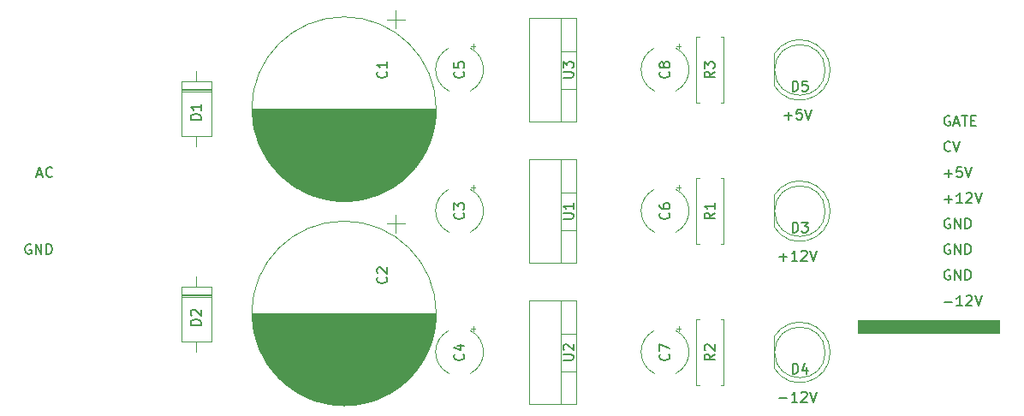
<source format=gbr>
G04 #@! TF.GenerationSoftware,KiCad,Pcbnew,5.1.7-a382d34a8~87~ubuntu16.04.1*
G04 #@! TF.CreationDate,2021-01-01T21:30:34+01:00*
G04 #@! TF.ProjectId,basic-eurorack-power-supply,62617369-632d-4657-9572-6f7261636b2d,rev?*
G04 #@! TF.SameCoordinates,Original*
G04 #@! TF.FileFunction,Legend,Top*
G04 #@! TF.FilePolarity,Positive*
%FSLAX46Y46*%
G04 Gerber Fmt 4.6, Leading zero omitted, Abs format (unit mm)*
G04 Created by KiCad (PCBNEW 5.1.7-a382d34a8~87~ubuntu16.04.1) date 2021-01-01 21:30:34*
%MOMM*%
%LPD*%
G01*
G04 APERTURE LIST*
%ADD10C,0.100000*%
%ADD11C,0.150000*%
%ADD12C,0.120000*%
G04 APERTURE END LIST*
D10*
G36*
X35730000Y-38456000D02*
G01*
X30650000Y-38456000D01*
X30650000Y-33376000D01*
X35730000Y-33376000D01*
X35730000Y-38456000D01*
G37*
X35730000Y-38456000D02*
X30650000Y-38456000D01*
X30650000Y-33376000D01*
X35730000Y-33376000D01*
X35730000Y-38456000D01*
G36*
X35730000Y-18256000D02*
G01*
X30650000Y-18256000D01*
X30650000Y-13176000D01*
X35730000Y-13176000D01*
X35730000Y-18256000D01*
G37*
X35730000Y-18256000D02*
X30650000Y-18256000D01*
X30650000Y-13176000D01*
X35730000Y-13176000D01*
X35730000Y-18256000D01*
G36*
X99060000Y-33020000D02*
G01*
X85090000Y-33020000D01*
X85090000Y-31750000D01*
X99060000Y-31750000D01*
X99060000Y-33020000D01*
G37*
X99060000Y-33020000D02*
X85090000Y-33020000D01*
X85090000Y-31750000D01*
X99060000Y-31750000D01*
X99060000Y-33020000D01*
D11*
X77359095Y-39441428D02*
X78121000Y-39441428D01*
X79121000Y-39822380D02*
X78549571Y-39822380D01*
X78835285Y-39822380D02*
X78835285Y-38822380D01*
X78740047Y-38965238D01*
X78644809Y-39060476D01*
X78549571Y-39108095D01*
X79501952Y-38917619D02*
X79549571Y-38870000D01*
X79644809Y-38822380D01*
X79882904Y-38822380D01*
X79978142Y-38870000D01*
X80025761Y-38917619D01*
X80073380Y-39012857D01*
X80073380Y-39108095D01*
X80025761Y-39250952D01*
X79454333Y-39822380D01*
X80073380Y-39822380D01*
X80359095Y-38822380D02*
X80692428Y-39822380D01*
X81025761Y-38822380D01*
X77359095Y-25471428D02*
X78121000Y-25471428D01*
X77740047Y-25852380D02*
X77740047Y-25090476D01*
X79121000Y-25852380D02*
X78549571Y-25852380D01*
X78835285Y-25852380D02*
X78835285Y-24852380D01*
X78740047Y-24995238D01*
X78644809Y-25090476D01*
X78549571Y-25138095D01*
X79501952Y-24947619D02*
X79549571Y-24900000D01*
X79644809Y-24852380D01*
X79882904Y-24852380D01*
X79978142Y-24900000D01*
X80025761Y-24947619D01*
X80073380Y-25042857D01*
X80073380Y-25138095D01*
X80025761Y-25280952D01*
X79454333Y-25852380D01*
X80073380Y-25852380D01*
X80359095Y-24852380D02*
X80692428Y-25852380D01*
X81025761Y-24852380D01*
X77835285Y-11501428D02*
X78597190Y-11501428D01*
X78216238Y-11882380D02*
X78216238Y-11120476D01*
X79549571Y-10882380D02*
X79073380Y-10882380D01*
X79025761Y-11358571D01*
X79073380Y-11310952D01*
X79168619Y-11263333D01*
X79406714Y-11263333D01*
X79501952Y-11310952D01*
X79549571Y-11358571D01*
X79597190Y-11453809D01*
X79597190Y-11691904D01*
X79549571Y-11787142D01*
X79501952Y-11834761D01*
X79406714Y-11882380D01*
X79168619Y-11882380D01*
X79073380Y-11834761D01*
X79025761Y-11787142D01*
X79882904Y-10882380D02*
X80216238Y-11882380D01*
X80549571Y-10882380D01*
X3950833Y-17311666D02*
X4427023Y-17311666D01*
X3855595Y-17597380D02*
X4188928Y-16597380D01*
X4522261Y-17597380D01*
X5427023Y-17502142D02*
X5379404Y-17549761D01*
X5236547Y-17597380D01*
X5141309Y-17597380D01*
X4998452Y-17549761D01*
X4903214Y-17454523D01*
X4855595Y-17359285D01*
X4807976Y-17168809D01*
X4807976Y-17025952D01*
X4855595Y-16835476D01*
X4903214Y-16740238D01*
X4998452Y-16645000D01*
X5141309Y-16597380D01*
X5236547Y-16597380D01*
X5379404Y-16645000D01*
X5427023Y-16692619D01*
X3331785Y-24265000D02*
X3236547Y-24217380D01*
X3093690Y-24217380D01*
X2950833Y-24265000D01*
X2855595Y-24360238D01*
X2807976Y-24455476D01*
X2760357Y-24645952D01*
X2760357Y-24788809D01*
X2807976Y-24979285D01*
X2855595Y-25074523D01*
X2950833Y-25169761D01*
X3093690Y-25217380D01*
X3188928Y-25217380D01*
X3331785Y-25169761D01*
X3379404Y-25122142D01*
X3379404Y-24788809D01*
X3188928Y-24788809D01*
X3807976Y-25217380D02*
X3807976Y-24217380D01*
X4379404Y-25217380D01*
X4379404Y-24217380D01*
X4855595Y-25217380D02*
X4855595Y-24217380D01*
X5093690Y-24217380D01*
X5236547Y-24265000D01*
X5331785Y-24360238D01*
X5379404Y-24455476D01*
X5427023Y-24645952D01*
X5427023Y-24788809D01*
X5379404Y-24979285D01*
X5331785Y-25074523D01*
X5236547Y-25169761D01*
X5093690Y-25217380D01*
X4855595Y-25217380D01*
X93680595Y-19756428D02*
X94442500Y-19756428D01*
X94061547Y-20137380D02*
X94061547Y-19375476D01*
X95442500Y-20137380D02*
X94871071Y-20137380D01*
X95156785Y-20137380D02*
X95156785Y-19137380D01*
X95061547Y-19280238D01*
X94966309Y-19375476D01*
X94871071Y-19423095D01*
X95823452Y-19232619D02*
X95871071Y-19185000D01*
X95966309Y-19137380D01*
X96204404Y-19137380D01*
X96299642Y-19185000D01*
X96347261Y-19232619D01*
X96394880Y-19327857D01*
X96394880Y-19423095D01*
X96347261Y-19565952D01*
X95775833Y-20137380D01*
X96394880Y-20137380D01*
X96680595Y-19137380D02*
X97013928Y-20137380D01*
X97347261Y-19137380D01*
X94204404Y-24265000D02*
X94109166Y-24217380D01*
X93966309Y-24217380D01*
X93823452Y-24265000D01*
X93728214Y-24360238D01*
X93680595Y-24455476D01*
X93632976Y-24645952D01*
X93632976Y-24788809D01*
X93680595Y-24979285D01*
X93728214Y-25074523D01*
X93823452Y-25169761D01*
X93966309Y-25217380D01*
X94061547Y-25217380D01*
X94204404Y-25169761D01*
X94252023Y-25122142D01*
X94252023Y-24788809D01*
X94061547Y-24788809D01*
X94680595Y-25217380D02*
X94680595Y-24217380D01*
X95252023Y-25217380D01*
X95252023Y-24217380D01*
X95728214Y-25217380D02*
X95728214Y-24217380D01*
X95966309Y-24217380D01*
X96109166Y-24265000D01*
X96204404Y-24360238D01*
X96252023Y-24455476D01*
X96299642Y-24645952D01*
X96299642Y-24788809D01*
X96252023Y-24979285D01*
X96204404Y-25074523D01*
X96109166Y-25169761D01*
X95966309Y-25217380D01*
X95728214Y-25217380D01*
X94252023Y-14962142D02*
X94204404Y-15009761D01*
X94061547Y-15057380D01*
X93966309Y-15057380D01*
X93823452Y-15009761D01*
X93728214Y-14914523D01*
X93680595Y-14819285D01*
X93632976Y-14628809D01*
X93632976Y-14485952D01*
X93680595Y-14295476D01*
X93728214Y-14200238D01*
X93823452Y-14105000D01*
X93966309Y-14057380D01*
X94061547Y-14057380D01*
X94204404Y-14105000D01*
X94252023Y-14152619D01*
X94537738Y-14057380D02*
X94871071Y-15057380D01*
X95204404Y-14057380D01*
X94204404Y-11565000D02*
X94109166Y-11517380D01*
X93966309Y-11517380D01*
X93823452Y-11565000D01*
X93728214Y-11660238D01*
X93680595Y-11755476D01*
X93632976Y-11945952D01*
X93632976Y-12088809D01*
X93680595Y-12279285D01*
X93728214Y-12374523D01*
X93823452Y-12469761D01*
X93966309Y-12517380D01*
X94061547Y-12517380D01*
X94204404Y-12469761D01*
X94252023Y-12422142D01*
X94252023Y-12088809D01*
X94061547Y-12088809D01*
X94632976Y-12231666D02*
X95109166Y-12231666D01*
X94537738Y-12517380D02*
X94871071Y-11517380D01*
X95204404Y-12517380D01*
X95394880Y-11517380D02*
X95966309Y-11517380D01*
X95680595Y-12517380D02*
X95680595Y-11517380D01*
X96299642Y-11993571D02*
X96632976Y-11993571D01*
X96775833Y-12517380D02*
X96299642Y-12517380D01*
X96299642Y-11517380D01*
X96775833Y-11517380D01*
X93680595Y-17216428D02*
X94442500Y-17216428D01*
X94061547Y-17597380D02*
X94061547Y-16835476D01*
X95394880Y-16597380D02*
X94918690Y-16597380D01*
X94871071Y-17073571D01*
X94918690Y-17025952D01*
X95013928Y-16978333D01*
X95252023Y-16978333D01*
X95347261Y-17025952D01*
X95394880Y-17073571D01*
X95442500Y-17168809D01*
X95442500Y-17406904D01*
X95394880Y-17502142D01*
X95347261Y-17549761D01*
X95252023Y-17597380D01*
X95013928Y-17597380D01*
X94918690Y-17549761D01*
X94871071Y-17502142D01*
X95728214Y-16597380D02*
X96061547Y-17597380D01*
X96394880Y-16597380D01*
X93680595Y-29916428D02*
X94442500Y-29916428D01*
X95442500Y-30297380D02*
X94871071Y-30297380D01*
X95156785Y-30297380D02*
X95156785Y-29297380D01*
X95061547Y-29440238D01*
X94966309Y-29535476D01*
X94871071Y-29583095D01*
X95823452Y-29392619D02*
X95871071Y-29345000D01*
X95966309Y-29297380D01*
X96204404Y-29297380D01*
X96299642Y-29345000D01*
X96347261Y-29392619D01*
X96394880Y-29487857D01*
X96394880Y-29583095D01*
X96347261Y-29725952D01*
X95775833Y-30297380D01*
X96394880Y-30297380D01*
X96680595Y-29297380D02*
X97013928Y-30297380D01*
X97347261Y-29297380D01*
X94204404Y-26805000D02*
X94109166Y-26757380D01*
X93966309Y-26757380D01*
X93823452Y-26805000D01*
X93728214Y-26900238D01*
X93680595Y-26995476D01*
X93632976Y-27185952D01*
X93632976Y-27328809D01*
X93680595Y-27519285D01*
X93728214Y-27614523D01*
X93823452Y-27709761D01*
X93966309Y-27757380D01*
X94061547Y-27757380D01*
X94204404Y-27709761D01*
X94252023Y-27662142D01*
X94252023Y-27328809D01*
X94061547Y-27328809D01*
X94680595Y-27757380D02*
X94680595Y-26757380D01*
X95252023Y-27757380D01*
X95252023Y-26757380D01*
X95728214Y-27757380D02*
X95728214Y-26757380D01*
X95966309Y-26757380D01*
X96109166Y-26805000D01*
X96204404Y-26900238D01*
X96252023Y-26995476D01*
X96299642Y-27185952D01*
X96299642Y-27328809D01*
X96252023Y-27519285D01*
X96204404Y-27614523D01*
X96109166Y-27709761D01*
X95966309Y-27757380D01*
X95728214Y-27757380D01*
X94204404Y-21725000D02*
X94109166Y-21677380D01*
X93966309Y-21677380D01*
X93823452Y-21725000D01*
X93728214Y-21820238D01*
X93680595Y-21915476D01*
X93632976Y-22105952D01*
X93632976Y-22248809D01*
X93680595Y-22439285D01*
X93728214Y-22534523D01*
X93823452Y-22629761D01*
X93966309Y-22677380D01*
X94061547Y-22677380D01*
X94204404Y-22629761D01*
X94252023Y-22582142D01*
X94252023Y-22248809D01*
X94061547Y-22248809D01*
X94680595Y-22677380D02*
X94680595Y-21677380D01*
X95252023Y-22677380D01*
X95252023Y-21677380D01*
X95728214Y-22677380D02*
X95728214Y-21677380D01*
X95966309Y-21677380D01*
X96109166Y-21725000D01*
X96204404Y-21820238D01*
X96252023Y-21915476D01*
X96299642Y-22105952D01*
X96299642Y-22248809D01*
X96252023Y-22439285D01*
X96204404Y-22534523D01*
X96109166Y-22629761D01*
X95966309Y-22677380D01*
X95728214Y-22677380D01*
D12*
X40305000Y-1995560D02*
X38505000Y-1995560D01*
X39405000Y-1095560D02*
X39405000Y-2895560D01*
X34330000Y-19975000D02*
X34250000Y-19975000D01*
X35104000Y-19935000D02*
X33476000Y-19935000D01*
X35456000Y-19895000D02*
X33124000Y-19895000D01*
X35725000Y-19855000D02*
X32855000Y-19855000D01*
X35951000Y-19815000D02*
X32629000Y-19815000D01*
X36150000Y-19775000D02*
X32430000Y-19775000D01*
X36329000Y-19735000D02*
X32251000Y-19735000D01*
X36493000Y-19695000D02*
X32087000Y-19695000D01*
X36645000Y-19655000D02*
X31935000Y-19655000D01*
X36788000Y-19615000D02*
X31792000Y-19615000D01*
X36922000Y-19575000D02*
X31658000Y-19575000D01*
X37049000Y-19535000D02*
X31531000Y-19535000D01*
X37170000Y-19495000D02*
X31410000Y-19495000D01*
X37286000Y-19455000D02*
X31294000Y-19455000D01*
X37397000Y-19415000D02*
X31183000Y-19415000D01*
X37504000Y-19375000D02*
X31076000Y-19375000D01*
X37607000Y-19335000D02*
X30973000Y-19335000D01*
X37706000Y-19295000D02*
X30874000Y-19295000D01*
X37802000Y-19255000D02*
X30778000Y-19255000D01*
X37895000Y-19215000D02*
X30685000Y-19215000D01*
X37986000Y-19175000D02*
X30594000Y-19175000D01*
X38074000Y-19135000D02*
X30506000Y-19135000D01*
X38159000Y-19095000D02*
X30421000Y-19095000D01*
X38242000Y-19055000D02*
X30338000Y-19055000D01*
X38323000Y-19016000D02*
X30257000Y-19016000D01*
X38403000Y-18976000D02*
X30177000Y-18976000D01*
X38480000Y-18936000D02*
X30100000Y-18936000D01*
X38555000Y-18896000D02*
X30025000Y-18896000D01*
X38629000Y-18856000D02*
X29951000Y-18856000D01*
X38702000Y-18816000D02*
X29878000Y-18816000D01*
X38772000Y-18776000D02*
X29808000Y-18776000D01*
X38842000Y-18736000D02*
X29738000Y-18736000D01*
X38910000Y-18696000D02*
X29670000Y-18696000D01*
X38976000Y-18656000D02*
X29604000Y-18656000D01*
X39042000Y-18616000D02*
X29538000Y-18616000D01*
X39106000Y-18576000D02*
X29474000Y-18576000D01*
X39169000Y-18536000D02*
X29411000Y-18536000D01*
X39231000Y-18496000D02*
X29349000Y-18496000D01*
X39292000Y-18456000D02*
X29288000Y-18456000D01*
X39352000Y-18416000D02*
X29228000Y-18416000D01*
X39410000Y-18376000D02*
X29170000Y-18376000D01*
X39468000Y-18336000D02*
X29112000Y-18336000D01*
X39525000Y-18296000D02*
X29055000Y-18296000D01*
X39581000Y-18256000D02*
X28999000Y-18256000D01*
X39636000Y-18216000D02*
X28944000Y-18216000D01*
X39690000Y-18176000D02*
X28890000Y-18176000D01*
X39744000Y-18136000D02*
X28836000Y-18136000D01*
X39796000Y-18096000D02*
X28784000Y-18096000D01*
X39848000Y-18056000D02*
X28732000Y-18056000D01*
X39899000Y-18016000D02*
X28681000Y-18016000D01*
X39950000Y-17976000D02*
X28630000Y-17976000D01*
X39999000Y-17936000D02*
X28581000Y-17936000D01*
X40048000Y-17896000D02*
X28532000Y-17896000D01*
X40096000Y-17856000D02*
X28484000Y-17856000D01*
X40144000Y-17816000D02*
X28436000Y-17816000D01*
X40191000Y-17776000D02*
X28389000Y-17776000D01*
X40237000Y-17736000D02*
X28343000Y-17736000D01*
X40283000Y-17696000D02*
X28297000Y-17696000D01*
X40328000Y-17656000D02*
X28252000Y-17656000D01*
X40372000Y-17616000D02*
X28208000Y-17616000D01*
X40416000Y-17576000D02*
X28164000Y-17576000D01*
X40460000Y-17536000D02*
X28120000Y-17536000D01*
X40502000Y-17496000D02*
X28078000Y-17496000D01*
X40544000Y-17456000D02*
X28036000Y-17456000D01*
X40586000Y-17416000D02*
X27994000Y-17416000D01*
X40627000Y-17376000D02*
X27953000Y-17376000D01*
X40668000Y-17336000D02*
X27912000Y-17336000D01*
X40708000Y-17296000D02*
X27872000Y-17296000D01*
X40748000Y-17256000D02*
X27832000Y-17256000D01*
X40787000Y-17216000D02*
X27793000Y-17216000D01*
X40826000Y-17176000D02*
X27754000Y-17176000D01*
X40864000Y-17136000D02*
X27716000Y-17136000D01*
X40902000Y-17096000D02*
X27678000Y-17096000D01*
X40939000Y-17056000D02*
X27641000Y-17056000D01*
X40976000Y-17016000D02*
X27604000Y-17016000D01*
X41012000Y-16976000D02*
X27568000Y-16976000D01*
X41048000Y-16936000D02*
X27532000Y-16936000D01*
X41084000Y-16896000D02*
X27496000Y-16896000D01*
X41119000Y-16856000D02*
X27461000Y-16856000D01*
X41154000Y-16816000D02*
X27426000Y-16816000D01*
X41188000Y-16776000D02*
X27392000Y-16776000D01*
X41222000Y-16736000D02*
X27358000Y-16736000D01*
X41255000Y-16696000D02*
X27325000Y-16696000D01*
X41289000Y-16656000D02*
X27291000Y-16656000D01*
X41321000Y-16616000D02*
X27259000Y-16616000D01*
X41354000Y-16576000D02*
X27226000Y-16576000D01*
X41386000Y-16536000D02*
X27194000Y-16536000D01*
X41417000Y-16496000D02*
X27163000Y-16496000D01*
X41449000Y-16456000D02*
X27131000Y-16456000D01*
X41480000Y-16416000D02*
X27100000Y-16416000D01*
X41510000Y-16376000D02*
X27070000Y-16376000D01*
X41540000Y-16336000D02*
X27040000Y-16336000D01*
X41570000Y-16296000D02*
X27010000Y-16296000D01*
X41600000Y-16256000D02*
X26980000Y-16256000D01*
X41629000Y-16216000D02*
X26951000Y-16216000D01*
X41658000Y-16176000D02*
X26922000Y-16176000D01*
X41687000Y-16136000D02*
X26893000Y-16136000D01*
X41715000Y-16096000D02*
X26865000Y-16096000D01*
X41743000Y-16056000D02*
X26837000Y-16056000D01*
X32850000Y-16016000D02*
X26810000Y-16016000D01*
X41770000Y-16016000D02*
X35730000Y-16016000D01*
X32850000Y-15976000D02*
X26782000Y-15976000D01*
X41798000Y-15976000D02*
X35730000Y-15976000D01*
X32850000Y-15936000D02*
X26755000Y-15936000D01*
X41825000Y-15936000D02*
X35730000Y-15936000D01*
X32850000Y-15896000D02*
X26729000Y-15896000D01*
X41851000Y-15896000D02*
X35730000Y-15896000D01*
X32850000Y-15856000D02*
X26702000Y-15856000D01*
X41878000Y-15856000D02*
X35730000Y-15856000D01*
X32850000Y-15816000D02*
X26676000Y-15816000D01*
X41904000Y-15816000D02*
X35730000Y-15816000D01*
X32850000Y-15776000D02*
X26650000Y-15776000D01*
X41930000Y-15776000D02*
X35730000Y-15776000D01*
X32850000Y-15736000D02*
X26625000Y-15736000D01*
X41955000Y-15736000D02*
X35730000Y-15736000D01*
X32850000Y-15696000D02*
X26600000Y-15696000D01*
X41980000Y-15696000D02*
X35730000Y-15696000D01*
X32850000Y-15656000D02*
X26575000Y-15656000D01*
X42005000Y-15656000D02*
X35730000Y-15656000D01*
X32850000Y-15616000D02*
X26550000Y-15616000D01*
X42030000Y-15616000D02*
X35730000Y-15616000D01*
X32850000Y-15576000D02*
X26526000Y-15576000D01*
X42054000Y-15576000D02*
X35730000Y-15576000D01*
X32850000Y-15536000D02*
X26502000Y-15536000D01*
X42078000Y-15536000D02*
X35730000Y-15536000D01*
X32850000Y-15496000D02*
X26478000Y-15496000D01*
X42102000Y-15496000D02*
X35730000Y-15496000D01*
X32850000Y-15456000D02*
X26455000Y-15456000D01*
X42125000Y-15456000D02*
X35730000Y-15456000D01*
X32850000Y-15416000D02*
X26431000Y-15416000D01*
X42149000Y-15416000D02*
X35730000Y-15416000D01*
X32850000Y-15376000D02*
X26408000Y-15376000D01*
X42172000Y-15376000D02*
X35730000Y-15376000D01*
X32850000Y-15336000D02*
X26386000Y-15336000D01*
X42194000Y-15336000D02*
X35730000Y-15336000D01*
X32850000Y-15296000D02*
X26363000Y-15296000D01*
X42217000Y-15296000D02*
X35730000Y-15296000D01*
X32850000Y-15256000D02*
X26341000Y-15256000D01*
X42239000Y-15256000D02*
X35730000Y-15256000D01*
X32850000Y-15216000D02*
X26319000Y-15216000D01*
X42261000Y-15216000D02*
X35730000Y-15216000D01*
X32850000Y-15176000D02*
X26298000Y-15176000D01*
X42282000Y-15176000D02*
X35730000Y-15176000D01*
X32850000Y-15136000D02*
X26276000Y-15136000D01*
X42304000Y-15136000D02*
X35730000Y-15136000D01*
X32850000Y-15096000D02*
X26255000Y-15096000D01*
X42325000Y-15096000D02*
X35730000Y-15096000D01*
X32850000Y-15056000D02*
X26234000Y-15056000D01*
X42346000Y-15056000D02*
X35730000Y-15056000D01*
X32850000Y-15016000D02*
X26214000Y-15016000D01*
X42366000Y-15016000D02*
X35730000Y-15016000D01*
X32850000Y-14976000D02*
X26193000Y-14976000D01*
X42387000Y-14976000D02*
X35730000Y-14976000D01*
X32850000Y-14936000D02*
X26173000Y-14936000D01*
X42407000Y-14936000D02*
X35730000Y-14936000D01*
X32850000Y-14896000D02*
X26153000Y-14896000D01*
X42427000Y-14896000D02*
X35730000Y-14896000D01*
X32850000Y-14856000D02*
X26134000Y-14856000D01*
X42446000Y-14856000D02*
X35730000Y-14856000D01*
X32850000Y-14816000D02*
X26114000Y-14816000D01*
X42466000Y-14816000D02*
X35730000Y-14816000D01*
X32850000Y-14776000D02*
X26095000Y-14776000D01*
X42485000Y-14776000D02*
X35730000Y-14776000D01*
X32850000Y-14736000D02*
X26076000Y-14736000D01*
X42504000Y-14736000D02*
X35730000Y-14736000D01*
X32850000Y-14696000D02*
X26057000Y-14696000D01*
X42523000Y-14696000D02*
X35730000Y-14696000D01*
X32850000Y-14656000D02*
X26039000Y-14656000D01*
X42541000Y-14656000D02*
X35730000Y-14656000D01*
X32850000Y-14616000D02*
X26021000Y-14616000D01*
X42559000Y-14616000D02*
X35730000Y-14616000D01*
X32850000Y-14576000D02*
X26003000Y-14576000D01*
X42577000Y-14576000D02*
X35730000Y-14576000D01*
X32850000Y-14536000D02*
X25985000Y-14536000D01*
X42595000Y-14536000D02*
X35730000Y-14536000D01*
X32850000Y-14496000D02*
X25967000Y-14496000D01*
X42613000Y-14496000D02*
X35730000Y-14496000D01*
X32850000Y-14456000D02*
X25950000Y-14456000D01*
X42630000Y-14456000D02*
X35730000Y-14456000D01*
X32850000Y-14416000D02*
X25933000Y-14416000D01*
X42647000Y-14416000D02*
X35730000Y-14416000D01*
X32850000Y-14376000D02*
X25916000Y-14376000D01*
X42664000Y-14376000D02*
X35730000Y-14376000D01*
X32850000Y-14336000D02*
X25900000Y-14336000D01*
X42680000Y-14336000D02*
X35730000Y-14336000D01*
X32850000Y-14296000D02*
X25883000Y-14296000D01*
X42697000Y-14296000D02*
X35730000Y-14296000D01*
X32850000Y-14256000D02*
X25867000Y-14256000D01*
X42713000Y-14256000D02*
X35730000Y-14256000D01*
X32850000Y-14216000D02*
X25851000Y-14216000D01*
X42729000Y-14216000D02*
X35730000Y-14216000D01*
X32850000Y-14176000D02*
X25835000Y-14176000D01*
X42745000Y-14176000D02*
X35730000Y-14176000D01*
X32850000Y-14136000D02*
X25820000Y-14136000D01*
X42760000Y-14136000D02*
X35730000Y-14136000D01*
X32850000Y-14096000D02*
X25804000Y-14096000D01*
X42776000Y-14096000D02*
X35730000Y-14096000D01*
X32850000Y-14056000D02*
X25789000Y-14056000D01*
X42791000Y-14056000D02*
X35730000Y-14056000D01*
X32850000Y-14016000D02*
X25774000Y-14016000D01*
X42806000Y-14016000D02*
X35730000Y-14016000D01*
X32850000Y-13976000D02*
X25760000Y-13976000D01*
X42820000Y-13976000D02*
X35730000Y-13976000D01*
X32850000Y-13936000D02*
X25745000Y-13936000D01*
X42835000Y-13936000D02*
X35730000Y-13936000D01*
X32850000Y-13896000D02*
X25731000Y-13896000D01*
X42849000Y-13896000D02*
X35730000Y-13896000D01*
X32850000Y-13856000D02*
X25717000Y-13856000D01*
X42863000Y-13856000D02*
X35730000Y-13856000D01*
X32850000Y-13816000D02*
X25703000Y-13816000D01*
X42877000Y-13816000D02*
X35730000Y-13816000D01*
X32850000Y-13776000D02*
X25690000Y-13776000D01*
X42890000Y-13776000D02*
X35730000Y-13776000D01*
X32850000Y-13736000D02*
X25676000Y-13736000D01*
X42904000Y-13736000D02*
X35730000Y-13736000D01*
X32850000Y-13696000D02*
X25663000Y-13696000D01*
X42917000Y-13696000D02*
X35730000Y-13696000D01*
X32850000Y-13656000D02*
X25650000Y-13656000D01*
X42930000Y-13656000D02*
X35730000Y-13656000D01*
X32850000Y-13616000D02*
X25637000Y-13616000D01*
X42943000Y-13616000D02*
X35730000Y-13616000D01*
X32850000Y-13576000D02*
X25625000Y-13576000D01*
X42955000Y-13576000D02*
X35730000Y-13576000D01*
X32850000Y-13536000D02*
X25612000Y-13536000D01*
X42968000Y-13536000D02*
X35730000Y-13536000D01*
X32850000Y-13496000D02*
X25600000Y-13496000D01*
X42980000Y-13496000D02*
X35730000Y-13496000D01*
X32850000Y-13456000D02*
X25588000Y-13456000D01*
X42992000Y-13456000D02*
X35730000Y-13456000D01*
X32850000Y-13416000D02*
X25576000Y-13416000D01*
X43004000Y-13416000D02*
X35730000Y-13416000D01*
X32850000Y-13376000D02*
X25565000Y-13376000D01*
X43015000Y-13376000D02*
X35730000Y-13376000D01*
X32850000Y-13336000D02*
X25553000Y-13336000D01*
X43027000Y-13336000D02*
X35730000Y-13336000D01*
X32850000Y-13296000D02*
X25542000Y-13296000D01*
X43038000Y-13296000D02*
X35730000Y-13296000D01*
X32850000Y-13256000D02*
X25531000Y-13256000D01*
X43049000Y-13256000D02*
X35730000Y-13256000D01*
X32850000Y-13216000D02*
X25520000Y-13216000D01*
X43060000Y-13216000D02*
X35730000Y-13216000D01*
X32850000Y-13176000D02*
X25510000Y-13176000D01*
X43070000Y-13176000D02*
X35730000Y-13176000D01*
X43081000Y-13136000D02*
X25499000Y-13136000D01*
X43091000Y-13096000D02*
X25489000Y-13096000D01*
X43101000Y-13056000D02*
X25479000Y-13056000D01*
X43111000Y-13016000D02*
X25469000Y-13016000D01*
X43121000Y-12976000D02*
X25459000Y-12976000D01*
X43130000Y-12936000D02*
X25450000Y-12936000D01*
X43139000Y-12896000D02*
X25441000Y-12896000D01*
X43148000Y-12856000D02*
X25432000Y-12856000D01*
X43157000Y-12816000D02*
X25423000Y-12816000D01*
X43166000Y-12776000D02*
X25414000Y-12776000D01*
X43175000Y-12736000D02*
X25405000Y-12736000D01*
X43183000Y-12696000D02*
X25397000Y-12696000D01*
X43191000Y-12656000D02*
X25389000Y-12656000D01*
X43199000Y-12616000D02*
X25381000Y-12616000D01*
X43207000Y-12576000D02*
X25373000Y-12576000D01*
X43214000Y-12536000D02*
X25366000Y-12536000D01*
X43222000Y-12496000D02*
X25358000Y-12496000D01*
X43229000Y-12456000D02*
X25351000Y-12456000D01*
X43236000Y-12416000D02*
X25344000Y-12416000D01*
X43243000Y-12376000D02*
X25337000Y-12376000D01*
X43250000Y-12336000D02*
X25330000Y-12336000D01*
X43256000Y-12296000D02*
X25324000Y-12296000D01*
X43262000Y-12256000D02*
X25318000Y-12256000D01*
X43269000Y-12216000D02*
X25311000Y-12216000D01*
X43274000Y-12176000D02*
X25306000Y-12176000D01*
X43280000Y-12136000D02*
X25300000Y-12136000D01*
X43286000Y-12096000D02*
X25294000Y-12096000D01*
X43291000Y-12056000D02*
X25289000Y-12056000D01*
X43296000Y-12016000D02*
X25284000Y-12016000D01*
X43301000Y-11976000D02*
X25279000Y-11976000D01*
X43306000Y-11936000D02*
X25274000Y-11936000D01*
X43311000Y-11896000D02*
X25269000Y-11896000D01*
X43316000Y-11856000D02*
X25264000Y-11856000D01*
X43320000Y-11816000D02*
X25260000Y-11816000D01*
X43324000Y-11776000D02*
X25256000Y-11776000D01*
X43328000Y-11736000D02*
X25252000Y-11736000D01*
X43332000Y-11696000D02*
X25248000Y-11696000D01*
X43335000Y-11656000D02*
X25245000Y-11656000D01*
X43339000Y-11616000D02*
X25241000Y-11616000D01*
X43342000Y-11576000D02*
X25238000Y-11576000D01*
X43345000Y-11535000D02*
X25235000Y-11535000D01*
X43348000Y-11495000D02*
X25232000Y-11495000D01*
X43351000Y-11455000D02*
X25229000Y-11455000D01*
X43353000Y-11415000D02*
X25227000Y-11415000D01*
X43356000Y-11375000D02*
X25224000Y-11375000D01*
X43358000Y-11335000D02*
X25222000Y-11335000D01*
X43360000Y-11295000D02*
X25220000Y-11295000D01*
X43362000Y-11255000D02*
X25218000Y-11255000D01*
X43363000Y-11215000D02*
X25217000Y-11215000D01*
X43365000Y-11175000D02*
X25215000Y-11175000D01*
X43366000Y-11135000D02*
X25214000Y-11135000D01*
X43367000Y-11095000D02*
X25213000Y-11095000D01*
X43368000Y-11055000D02*
X25212000Y-11055000D01*
X43369000Y-11015000D02*
X25211000Y-11015000D01*
X43370000Y-10975000D02*
X25210000Y-10975000D01*
X43370000Y-10935000D02*
X25210000Y-10935000D01*
X43370000Y-10895000D02*
X25210000Y-10895000D01*
X43371000Y-10855000D02*
X25209000Y-10855000D01*
X43410000Y-10855000D02*
G75*
G03*
X43410000Y-10855000I-9120000J0D01*
G01*
X43410000Y-31055000D02*
G75*
G03*
X43410000Y-31055000I-9120000J0D01*
G01*
X43371000Y-31055000D02*
X25209000Y-31055000D01*
X43370000Y-31095000D02*
X25210000Y-31095000D01*
X43370000Y-31135000D02*
X25210000Y-31135000D01*
X43370000Y-31175000D02*
X25210000Y-31175000D01*
X43369000Y-31215000D02*
X25211000Y-31215000D01*
X43368000Y-31255000D02*
X25212000Y-31255000D01*
X43367000Y-31295000D02*
X25213000Y-31295000D01*
X43366000Y-31335000D02*
X25214000Y-31335000D01*
X43365000Y-31375000D02*
X25215000Y-31375000D01*
X43363000Y-31415000D02*
X25217000Y-31415000D01*
X43362000Y-31455000D02*
X25218000Y-31455000D01*
X43360000Y-31495000D02*
X25220000Y-31495000D01*
X43358000Y-31535000D02*
X25222000Y-31535000D01*
X43356000Y-31575000D02*
X25224000Y-31575000D01*
X43353000Y-31615000D02*
X25227000Y-31615000D01*
X43351000Y-31655000D02*
X25229000Y-31655000D01*
X43348000Y-31695000D02*
X25232000Y-31695000D01*
X43345000Y-31735000D02*
X25235000Y-31735000D01*
X43342000Y-31776000D02*
X25238000Y-31776000D01*
X43339000Y-31816000D02*
X25241000Y-31816000D01*
X43335000Y-31856000D02*
X25245000Y-31856000D01*
X43332000Y-31896000D02*
X25248000Y-31896000D01*
X43328000Y-31936000D02*
X25252000Y-31936000D01*
X43324000Y-31976000D02*
X25256000Y-31976000D01*
X43320000Y-32016000D02*
X25260000Y-32016000D01*
X43316000Y-32056000D02*
X25264000Y-32056000D01*
X43311000Y-32096000D02*
X25269000Y-32096000D01*
X43306000Y-32136000D02*
X25274000Y-32136000D01*
X43301000Y-32176000D02*
X25279000Y-32176000D01*
X43296000Y-32216000D02*
X25284000Y-32216000D01*
X43291000Y-32256000D02*
X25289000Y-32256000D01*
X43286000Y-32296000D02*
X25294000Y-32296000D01*
X43280000Y-32336000D02*
X25300000Y-32336000D01*
X43274000Y-32376000D02*
X25306000Y-32376000D01*
X43269000Y-32416000D02*
X25311000Y-32416000D01*
X43262000Y-32456000D02*
X25318000Y-32456000D01*
X43256000Y-32496000D02*
X25324000Y-32496000D01*
X43250000Y-32536000D02*
X25330000Y-32536000D01*
X43243000Y-32576000D02*
X25337000Y-32576000D01*
X43236000Y-32616000D02*
X25344000Y-32616000D01*
X43229000Y-32656000D02*
X25351000Y-32656000D01*
X43222000Y-32696000D02*
X25358000Y-32696000D01*
X43214000Y-32736000D02*
X25366000Y-32736000D01*
X43207000Y-32776000D02*
X25373000Y-32776000D01*
X43199000Y-32816000D02*
X25381000Y-32816000D01*
X43191000Y-32856000D02*
X25389000Y-32856000D01*
X43183000Y-32896000D02*
X25397000Y-32896000D01*
X43175000Y-32936000D02*
X25405000Y-32936000D01*
X43166000Y-32976000D02*
X25414000Y-32976000D01*
X43157000Y-33016000D02*
X25423000Y-33016000D01*
X43148000Y-33056000D02*
X25432000Y-33056000D01*
X43139000Y-33096000D02*
X25441000Y-33096000D01*
X43130000Y-33136000D02*
X25450000Y-33136000D01*
X43121000Y-33176000D02*
X25459000Y-33176000D01*
X43111000Y-33216000D02*
X25469000Y-33216000D01*
X43101000Y-33256000D02*
X25479000Y-33256000D01*
X43091000Y-33296000D02*
X25489000Y-33296000D01*
X43081000Y-33336000D02*
X25499000Y-33336000D01*
X43070000Y-33376000D02*
X35730000Y-33376000D01*
X32850000Y-33376000D02*
X25510000Y-33376000D01*
X43060000Y-33416000D02*
X35730000Y-33416000D01*
X32850000Y-33416000D02*
X25520000Y-33416000D01*
X43049000Y-33456000D02*
X35730000Y-33456000D01*
X32850000Y-33456000D02*
X25531000Y-33456000D01*
X43038000Y-33496000D02*
X35730000Y-33496000D01*
X32850000Y-33496000D02*
X25542000Y-33496000D01*
X43027000Y-33536000D02*
X35730000Y-33536000D01*
X32850000Y-33536000D02*
X25553000Y-33536000D01*
X43015000Y-33576000D02*
X35730000Y-33576000D01*
X32850000Y-33576000D02*
X25565000Y-33576000D01*
X43004000Y-33616000D02*
X35730000Y-33616000D01*
X32850000Y-33616000D02*
X25576000Y-33616000D01*
X42992000Y-33656000D02*
X35730000Y-33656000D01*
X32850000Y-33656000D02*
X25588000Y-33656000D01*
X42980000Y-33696000D02*
X35730000Y-33696000D01*
X32850000Y-33696000D02*
X25600000Y-33696000D01*
X42968000Y-33736000D02*
X35730000Y-33736000D01*
X32850000Y-33736000D02*
X25612000Y-33736000D01*
X42955000Y-33776000D02*
X35730000Y-33776000D01*
X32850000Y-33776000D02*
X25625000Y-33776000D01*
X42943000Y-33816000D02*
X35730000Y-33816000D01*
X32850000Y-33816000D02*
X25637000Y-33816000D01*
X42930000Y-33856000D02*
X35730000Y-33856000D01*
X32850000Y-33856000D02*
X25650000Y-33856000D01*
X42917000Y-33896000D02*
X35730000Y-33896000D01*
X32850000Y-33896000D02*
X25663000Y-33896000D01*
X42904000Y-33936000D02*
X35730000Y-33936000D01*
X32850000Y-33936000D02*
X25676000Y-33936000D01*
X42890000Y-33976000D02*
X35730000Y-33976000D01*
X32850000Y-33976000D02*
X25690000Y-33976000D01*
X42877000Y-34016000D02*
X35730000Y-34016000D01*
X32850000Y-34016000D02*
X25703000Y-34016000D01*
X42863000Y-34056000D02*
X35730000Y-34056000D01*
X32850000Y-34056000D02*
X25717000Y-34056000D01*
X42849000Y-34096000D02*
X35730000Y-34096000D01*
X32850000Y-34096000D02*
X25731000Y-34096000D01*
X42835000Y-34136000D02*
X35730000Y-34136000D01*
X32850000Y-34136000D02*
X25745000Y-34136000D01*
X42820000Y-34176000D02*
X35730000Y-34176000D01*
X32850000Y-34176000D02*
X25760000Y-34176000D01*
X42806000Y-34216000D02*
X35730000Y-34216000D01*
X32850000Y-34216000D02*
X25774000Y-34216000D01*
X42791000Y-34256000D02*
X35730000Y-34256000D01*
X32850000Y-34256000D02*
X25789000Y-34256000D01*
X42776000Y-34296000D02*
X35730000Y-34296000D01*
X32850000Y-34296000D02*
X25804000Y-34296000D01*
X42760000Y-34336000D02*
X35730000Y-34336000D01*
X32850000Y-34336000D02*
X25820000Y-34336000D01*
X42745000Y-34376000D02*
X35730000Y-34376000D01*
X32850000Y-34376000D02*
X25835000Y-34376000D01*
X42729000Y-34416000D02*
X35730000Y-34416000D01*
X32850000Y-34416000D02*
X25851000Y-34416000D01*
X42713000Y-34456000D02*
X35730000Y-34456000D01*
X32850000Y-34456000D02*
X25867000Y-34456000D01*
X42697000Y-34496000D02*
X35730000Y-34496000D01*
X32850000Y-34496000D02*
X25883000Y-34496000D01*
X42680000Y-34536000D02*
X35730000Y-34536000D01*
X32850000Y-34536000D02*
X25900000Y-34536000D01*
X42664000Y-34576000D02*
X35730000Y-34576000D01*
X32850000Y-34576000D02*
X25916000Y-34576000D01*
X42647000Y-34616000D02*
X35730000Y-34616000D01*
X32850000Y-34616000D02*
X25933000Y-34616000D01*
X42630000Y-34656000D02*
X35730000Y-34656000D01*
X32850000Y-34656000D02*
X25950000Y-34656000D01*
X42613000Y-34696000D02*
X35730000Y-34696000D01*
X32850000Y-34696000D02*
X25967000Y-34696000D01*
X42595000Y-34736000D02*
X35730000Y-34736000D01*
X32850000Y-34736000D02*
X25985000Y-34736000D01*
X42577000Y-34776000D02*
X35730000Y-34776000D01*
X32850000Y-34776000D02*
X26003000Y-34776000D01*
X42559000Y-34816000D02*
X35730000Y-34816000D01*
X32850000Y-34816000D02*
X26021000Y-34816000D01*
X42541000Y-34856000D02*
X35730000Y-34856000D01*
X32850000Y-34856000D02*
X26039000Y-34856000D01*
X42523000Y-34896000D02*
X35730000Y-34896000D01*
X32850000Y-34896000D02*
X26057000Y-34896000D01*
X42504000Y-34936000D02*
X35730000Y-34936000D01*
X32850000Y-34936000D02*
X26076000Y-34936000D01*
X42485000Y-34976000D02*
X35730000Y-34976000D01*
X32850000Y-34976000D02*
X26095000Y-34976000D01*
X42466000Y-35016000D02*
X35730000Y-35016000D01*
X32850000Y-35016000D02*
X26114000Y-35016000D01*
X42446000Y-35056000D02*
X35730000Y-35056000D01*
X32850000Y-35056000D02*
X26134000Y-35056000D01*
X42427000Y-35096000D02*
X35730000Y-35096000D01*
X32850000Y-35096000D02*
X26153000Y-35096000D01*
X42407000Y-35136000D02*
X35730000Y-35136000D01*
X32850000Y-35136000D02*
X26173000Y-35136000D01*
X42387000Y-35176000D02*
X35730000Y-35176000D01*
X32850000Y-35176000D02*
X26193000Y-35176000D01*
X42366000Y-35216000D02*
X35730000Y-35216000D01*
X32850000Y-35216000D02*
X26214000Y-35216000D01*
X42346000Y-35256000D02*
X35730000Y-35256000D01*
X32850000Y-35256000D02*
X26234000Y-35256000D01*
X42325000Y-35296000D02*
X35730000Y-35296000D01*
X32850000Y-35296000D02*
X26255000Y-35296000D01*
X42304000Y-35336000D02*
X35730000Y-35336000D01*
X32850000Y-35336000D02*
X26276000Y-35336000D01*
X42282000Y-35376000D02*
X35730000Y-35376000D01*
X32850000Y-35376000D02*
X26298000Y-35376000D01*
X42261000Y-35416000D02*
X35730000Y-35416000D01*
X32850000Y-35416000D02*
X26319000Y-35416000D01*
X42239000Y-35456000D02*
X35730000Y-35456000D01*
X32850000Y-35456000D02*
X26341000Y-35456000D01*
X42217000Y-35496000D02*
X35730000Y-35496000D01*
X32850000Y-35496000D02*
X26363000Y-35496000D01*
X42194000Y-35536000D02*
X35730000Y-35536000D01*
X32850000Y-35536000D02*
X26386000Y-35536000D01*
X42172000Y-35576000D02*
X35730000Y-35576000D01*
X32850000Y-35576000D02*
X26408000Y-35576000D01*
X42149000Y-35616000D02*
X35730000Y-35616000D01*
X32850000Y-35616000D02*
X26431000Y-35616000D01*
X42125000Y-35656000D02*
X35730000Y-35656000D01*
X32850000Y-35656000D02*
X26455000Y-35656000D01*
X42102000Y-35696000D02*
X35730000Y-35696000D01*
X32850000Y-35696000D02*
X26478000Y-35696000D01*
X42078000Y-35736000D02*
X35730000Y-35736000D01*
X32850000Y-35736000D02*
X26502000Y-35736000D01*
X42054000Y-35776000D02*
X35730000Y-35776000D01*
X32850000Y-35776000D02*
X26526000Y-35776000D01*
X42030000Y-35816000D02*
X35730000Y-35816000D01*
X32850000Y-35816000D02*
X26550000Y-35816000D01*
X42005000Y-35856000D02*
X35730000Y-35856000D01*
X32850000Y-35856000D02*
X26575000Y-35856000D01*
X41980000Y-35896000D02*
X35730000Y-35896000D01*
X32850000Y-35896000D02*
X26600000Y-35896000D01*
X41955000Y-35936000D02*
X35730000Y-35936000D01*
X32850000Y-35936000D02*
X26625000Y-35936000D01*
X41930000Y-35976000D02*
X35730000Y-35976000D01*
X32850000Y-35976000D02*
X26650000Y-35976000D01*
X41904000Y-36016000D02*
X35730000Y-36016000D01*
X32850000Y-36016000D02*
X26676000Y-36016000D01*
X41878000Y-36056000D02*
X35730000Y-36056000D01*
X32850000Y-36056000D02*
X26702000Y-36056000D01*
X41851000Y-36096000D02*
X35730000Y-36096000D01*
X32850000Y-36096000D02*
X26729000Y-36096000D01*
X41825000Y-36136000D02*
X35730000Y-36136000D01*
X32850000Y-36136000D02*
X26755000Y-36136000D01*
X41798000Y-36176000D02*
X35730000Y-36176000D01*
X32850000Y-36176000D02*
X26782000Y-36176000D01*
X41770000Y-36216000D02*
X35730000Y-36216000D01*
X32850000Y-36216000D02*
X26810000Y-36216000D01*
X41743000Y-36256000D02*
X26837000Y-36256000D01*
X41715000Y-36296000D02*
X26865000Y-36296000D01*
X41687000Y-36336000D02*
X26893000Y-36336000D01*
X41658000Y-36376000D02*
X26922000Y-36376000D01*
X41629000Y-36416000D02*
X26951000Y-36416000D01*
X41600000Y-36456000D02*
X26980000Y-36456000D01*
X41570000Y-36496000D02*
X27010000Y-36496000D01*
X41540000Y-36536000D02*
X27040000Y-36536000D01*
X41510000Y-36576000D02*
X27070000Y-36576000D01*
X41480000Y-36616000D02*
X27100000Y-36616000D01*
X41449000Y-36656000D02*
X27131000Y-36656000D01*
X41417000Y-36696000D02*
X27163000Y-36696000D01*
X41386000Y-36736000D02*
X27194000Y-36736000D01*
X41354000Y-36776000D02*
X27226000Y-36776000D01*
X41321000Y-36816000D02*
X27259000Y-36816000D01*
X41289000Y-36856000D02*
X27291000Y-36856000D01*
X41255000Y-36896000D02*
X27325000Y-36896000D01*
X41222000Y-36936000D02*
X27358000Y-36936000D01*
X41188000Y-36976000D02*
X27392000Y-36976000D01*
X41154000Y-37016000D02*
X27426000Y-37016000D01*
X41119000Y-37056000D02*
X27461000Y-37056000D01*
X41084000Y-37096000D02*
X27496000Y-37096000D01*
X41048000Y-37136000D02*
X27532000Y-37136000D01*
X41012000Y-37176000D02*
X27568000Y-37176000D01*
X40976000Y-37216000D02*
X27604000Y-37216000D01*
X40939000Y-37256000D02*
X27641000Y-37256000D01*
X40902000Y-37296000D02*
X27678000Y-37296000D01*
X40864000Y-37336000D02*
X27716000Y-37336000D01*
X40826000Y-37376000D02*
X27754000Y-37376000D01*
X40787000Y-37416000D02*
X27793000Y-37416000D01*
X40748000Y-37456000D02*
X27832000Y-37456000D01*
X40708000Y-37496000D02*
X27872000Y-37496000D01*
X40668000Y-37536000D02*
X27912000Y-37536000D01*
X40627000Y-37576000D02*
X27953000Y-37576000D01*
X40586000Y-37616000D02*
X27994000Y-37616000D01*
X40544000Y-37656000D02*
X28036000Y-37656000D01*
X40502000Y-37696000D02*
X28078000Y-37696000D01*
X40460000Y-37736000D02*
X28120000Y-37736000D01*
X40416000Y-37776000D02*
X28164000Y-37776000D01*
X40372000Y-37816000D02*
X28208000Y-37816000D01*
X40328000Y-37856000D02*
X28252000Y-37856000D01*
X40283000Y-37896000D02*
X28297000Y-37896000D01*
X40237000Y-37936000D02*
X28343000Y-37936000D01*
X40191000Y-37976000D02*
X28389000Y-37976000D01*
X40144000Y-38016000D02*
X28436000Y-38016000D01*
X40096000Y-38056000D02*
X28484000Y-38056000D01*
X40048000Y-38096000D02*
X28532000Y-38096000D01*
X39999000Y-38136000D02*
X28581000Y-38136000D01*
X39950000Y-38176000D02*
X28630000Y-38176000D01*
X39899000Y-38216000D02*
X28681000Y-38216000D01*
X39848000Y-38256000D02*
X28732000Y-38256000D01*
X39796000Y-38296000D02*
X28784000Y-38296000D01*
X39744000Y-38336000D02*
X28836000Y-38336000D01*
X39690000Y-38376000D02*
X28890000Y-38376000D01*
X39636000Y-38416000D02*
X28944000Y-38416000D01*
X39581000Y-38456000D02*
X28999000Y-38456000D01*
X39525000Y-38496000D02*
X29055000Y-38496000D01*
X39468000Y-38536000D02*
X29112000Y-38536000D01*
X39410000Y-38576000D02*
X29170000Y-38576000D01*
X39352000Y-38616000D02*
X29228000Y-38616000D01*
X39292000Y-38656000D02*
X29288000Y-38656000D01*
X39231000Y-38696000D02*
X29349000Y-38696000D01*
X39169000Y-38736000D02*
X29411000Y-38736000D01*
X39106000Y-38776000D02*
X29474000Y-38776000D01*
X39042000Y-38816000D02*
X29538000Y-38816000D01*
X38976000Y-38856000D02*
X29604000Y-38856000D01*
X38910000Y-38896000D02*
X29670000Y-38896000D01*
X38842000Y-38936000D02*
X29738000Y-38936000D01*
X38772000Y-38976000D02*
X29808000Y-38976000D01*
X38702000Y-39016000D02*
X29878000Y-39016000D01*
X38629000Y-39056000D02*
X29951000Y-39056000D01*
X38555000Y-39096000D02*
X30025000Y-39096000D01*
X38480000Y-39136000D02*
X30100000Y-39136000D01*
X38403000Y-39176000D02*
X30177000Y-39176000D01*
X38323000Y-39216000D02*
X30257000Y-39216000D01*
X38242000Y-39255000D02*
X30338000Y-39255000D01*
X38159000Y-39295000D02*
X30421000Y-39295000D01*
X38074000Y-39335000D02*
X30506000Y-39335000D01*
X37986000Y-39375000D02*
X30594000Y-39375000D01*
X37895000Y-39415000D02*
X30685000Y-39415000D01*
X37802000Y-39455000D02*
X30778000Y-39455000D01*
X37706000Y-39495000D02*
X30874000Y-39495000D01*
X37607000Y-39535000D02*
X30973000Y-39535000D01*
X37504000Y-39575000D02*
X31076000Y-39575000D01*
X37397000Y-39615000D02*
X31183000Y-39615000D01*
X37286000Y-39655000D02*
X31294000Y-39655000D01*
X37170000Y-39695000D02*
X31410000Y-39695000D01*
X37049000Y-39735000D02*
X31531000Y-39735000D01*
X36922000Y-39775000D02*
X31658000Y-39775000D01*
X36788000Y-39815000D02*
X31792000Y-39815000D01*
X36645000Y-39855000D02*
X31935000Y-39855000D01*
X36493000Y-39895000D02*
X32087000Y-39895000D01*
X36329000Y-39935000D02*
X32251000Y-39935000D01*
X36150000Y-39975000D02*
X32430000Y-39975000D01*
X35951000Y-40015000D02*
X32629000Y-40015000D01*
X35725000Y-40055000D02*
X32855000Y-40055000D01*
X35456000Y-40095000D02*
X33124000Y-40095000D01*
X35104000Y-40135000D02*
X33476000Y-40135000D01*
X34330000Y-40175000D02*
X34250000Y-40175000D01*
X39405000Y-21295560D02*
X39405000Y-23095560D01*
X40305000Y-22195560D02*
X38505000Y-22195560D01*
X21155000Y-8855000D02*
X18215000Y-8855000D01*
X21155000Y-9095000D02*
X18215000Y-9095000D01*
X21155000Y-8975000D02*
X18215000Y-8975000D01*
X19685000Y-14535000D02*
X19685000Y-13515000D01*
X19685000Y-7055000D02*
X19685000Y-8075000D01*
X21155000Y-13515000D02*
X21155000Y-8075000D01*
X18215000Y-13515000D02*
X21155000Y-13515000D01*
X18215000Y-8075000D02*
X18215000Y-13515000D01*
X21155000Y-8075000D02*
X18215000Y-8075000D01*
X21155000Y-28395000D02*
X18215000Y-28395000D01*
X18215000Y-28395000D02*
X18215000Y-33835000D01*
X18215000Y-33835000D02*
X21155000Y-33835000D01*
X21155000Y-33835000D02*
X21155000Y-28395000D01*
X19685000Y-27375000D02*
X19685000Y-28395000D01*
X19685000Y-34855000D02*
X19685000Y-33835000D01*
X21155000Y-29295000D02*
X18215000Y-29295000D01*
X21155000Y-29415000D02*
X18215000Y-29415000D01*
X21155000Y-29175000D02*
X18215000Y-29175000D01*
X81875000Y-20955000D02*
G75*
G03*
X81875000Y-20955000I-2500000J0D01*
G01*
X76815000Y-19410000D02*
X76815000Y-22500000D01*
X82365000Y-20955462D02*
G75*
G03*
X76815000Y-19410170I-2990000J462D01*
G01*
X82365000Y-20954538D02*
G75*
G02*
X76815000Y-22499830I-2990000J-462D01*
G01*
X81875000Y-34925000D02*
G75*
G03*
X81875000Y-34925000I-2500000J0D01*
G01*
X76815000Y-33380000D02*
X76815000Y-36470000D01*
X82365000Y-34925462D02*
G75*
G03*
X76815000Y-33380170I-2990000J462D01*
G01*
X82365000Y-34924538D02*
G75*
G02*
X76815000Y-36469830I-2990000J-462D01*
G01*
X76815000Y-5440000D02*
X76815000Y-8530000D01*
X81875000Y-6985000D02*
G75*
G03*
X81875000Y-6985000I-2500000J0D01*
G01*
X82365000Y-6984538D02*
G75*
G02*
X76815000Y-8529830I-2990000J-462D01*
G01*
X82365000Y-6985462D02*
G75*
G03*
X76815000Y-5440170I-2990000J462D01*
G01*
X71855000Y-17685000D02*
X71525000Y-17685000D01*
X71855000Y-24225000D02*
X71855000Y-17685000D01*
X71525000Y-24225000D02*
X71855000Y-24225000D01*
X69115000Y-17685000D02*
X69445000Y-17685000D01*
X69115000Y-24225000D02*
X69115000Y-17685000D01*
X69445000Y-24225000D02*
X69115000Y-24225000D01*
X69445000Y-38195000D02*
X69115000Y-38195000D01*
X69115000Y-38195000D02*
X69115000Y-31655000D01*
X69115000Y-31655000D02*
X69445000Y-31655000D01*
X71525000Y-38195000D02*
X71855000Y-38195000D01*
X71855000Y-38195000D02*
X71855000Y-31655000D01*
X71855000Y-31655000D02*
X71525000Y-31655000D01*
X71525000Y-3715000D02*
X71855000Y-3715000D01*
X71855000Y-3715000D02*
X71855000Y-10255000D01*
X71855000Y-10255000D02*
X71525000Y-10255000D01*
X69445000Y-3715000D02*
X69115000Y-3715000D01*
X69115000Y-3715000D02*
X69115000Y-10255000D01*
X69115000Y-10255000D02*
X69445000Y-10255000D01*
X57245000Y-15835000D02*
X57245000Y-26075000D01*
X52604000Y-15835000D02*
X52604000Y-26075000D01*
X57245000Y-15835000D02*
X52604000Y-15835000D01*
X57245000Y-26075000D02*
X52604000Y-26075000D01*
X55735000Y-15835000D02*
X55735000Y-26075000D01*
X57245000Y-19105000D02*
X55735000Y-19105000D01*
X57245000Y-22806000D02*
X55735000Y-22806000D01*
X57245000Y-29805000D02*
X57245000Y-40045000D01*
X52604000Y-29805000D02*
X52604000Y-40045000D01*
X57245000Y-29805000D02*
X52604000Y-29805000D01*
X57245000Y-40045000D02*
X52604000Y-40045000D01*
X55735000Y-29805000D02*
X55735000Y-40045000D01*
X57245000Y-33075000D02*
X55735000Y-33075000D01*
X57245000Y-36776000D02*
X55735000Y-36776000D01*
X57245000Y-8836000D02*
X55735000Y-8836000D01*
X57245000Y-5135000D02*
X55735000Y-5135000D01*
X55735000Y-1865000D02*
X55735000Y-12105000D01*
X57245000Y-12105000D02*
X52604000Y-12105000D01*
X57245000Y-1865000D02*
X52604000Y-1865000D01*
X52604000Y-1865000D02*
X52604000Y-12105000D01*
X57245000Y-1865000D02*
X57245000Y-12105000D01*
X47280000Y-18602712D02*
X46830000Y-18602712D01*
X47055000Y-18377712D02*
X47055000Y-18827712D01*
X44660000Y-23034740D02*
G75*
G02*
X44660000Y-18795259I1060000J2119740D01*
G01*
X46780000Y-23034740D02*
G75*
G03*
X46780000Y-18795259I-1060000J2119740D01*
G01*
X47055000Y-32347712D02*
X47055000Y-32797712D01*
X47280000Y-32572712D02*
X46830000Y-32572712D01*
X46780000Y-37004740D02*
G75*
G03*
X46780000Y-32765259I-1060000J2119740D01*
G01*
X44660000Y-37004740D02*
G75*
G02*
X44660000Y-32765259I1060000J2119740D01*
G01*
X47055000Y-4407712D02*
X47055000Y-4857712D01*
X47280000Y-4632712D02*
X46830000Y-4632712D01*
X46780000Y-9064740D02*
G75*
G03*
X46780000Y-4825259I-1060000J2119740D01*
G01*
X44660000Y-9064740D02*
G75*
G02*
X44660000Y-4825259I1060000J2119740D01*
G01*
X67600000Y-18602712D02*
X67150000Y-18602712D01*
X67375000Y-18377712D02*
X67375000Y-18827712D01*
X64980000Y-23034740D02*
G75*
G02*
X64980000Y-18795259I1060000J2119740D01*
G01*
X67100000Y-23034740D02*
G75*
G03*
X67100000Y-18795259I-1060000J2119740D01*
G01*
X67375000Y-32347712D02*
X67375000Y-32797712D01*
X67600000Y-32572712D02*
X67150000Y-32572712D01*
X67100000Y-37004740D02*
G75*
G03*
X67100000Y-32765259I-1060000J2119740D01*
G01*
X64980000Y-37004740D02*
G75*
G02*
X64980000Y-32765259I1060000J2119740D01*
G01*
X67600000Y-4632712D02*
X67150000Y-4632712D01*
X67375000Y-4407712D02*
X67375000Y-4857712D01*
X64980000Y-9064740D02*
G75*
G02*
X64980000Y-4825259I1060000J2119740D01*
G01*
X67100000Y-9064740D02*
G75*
G03*
X67100000Y-4825259I-1060000J2119740D01*
G01*
D11*
X38457142Y-7151666D02*
X38504761Y-7199285D01*
X38552380Y-7342142D01*
X38552380Y-7437380D01*
X38504761Y-7580238D01*
X38409523Y-7675476D01*
X38314285Y-7723095D01*
X38123809Y-7770714D01*
X37980952Y-7770714D01*
X37790476Y-7723095D01*
X37695238Y-7675476D01*
X37600000Y-7580238D01*
X37552380Y-7437380D01*
X37552380Y-7342142D01*
X37600000Y-7199285D01*
X37647619Y-7151666D01*
X38552380Y-6199285D02*
X38552380Y-6770714D01*
X38552380Y-6485000D02*
X37552380Y-6485000D01*
X37695238Y-6580238D01*
X37790476Y-6675476D01*
X37838095Y-6770714D01*
X38457142Y-27471666D02*
X38504761Y-27519285D01*
X38552380Y-27662142D01*
X38552380Y-27757380D01*
X38504761Y-27900238D01*
X38409523Y-27995476D01*
X38314285Y-28043095D01*
X38123809Y-28090714D01*
X37980952Y-28090714D01*
X37790476Y-28043095D01*
X37695238Y-27995476D01*
X37600000Y-27900238D01*
X37552380Y-27757380D01*
X37552380Y-27662142D01*
X37600000Y-27519285D01*
X37647619Y-27471666D01*
X37647619Y-27090714D02*
X37600000Y-27043095D01*
X37552380Y-26947857D01*
X37552380Y-26709761D01*
X37600000Y-26614523D01*
X37647619Y-26566904D01*
X37742857Y-26519285D01*
X37838095Y-26519285D01*
X37980952Y-26566904D01*
X38552380Y-27138333D01*
X38552380Y-26519285D01*
X20137380Y-11914095D02*
X19137380Y-11914095D01*
X19137380Y-11676000D01*
X19185000Y-11533142D01*
X19280238Y-11437904D01*
X19375476Y-11390285D01*
X19565952Y-11342666D01*
X19708809Y-11342666D01*
X19899285Y-11390285D01*
X19994523Y-11437904D01*
X20089761Y-11533142D01*
X20137380Y-11676000D01*
X20137380Y-11914095D01*
X20137380Y-10390285D02*
X20137380Y-10961714D01*
X20137380Y-10676000D02*
X19137380Y-10676000D01*
X19280238Y-10771238D01*
X19375476Y-10866476D01*
X19423095Y-10961714D01*
X20137380Y-32234095D02*
X19137380Y-32234095D01*
X19137380Y-31996000D01*
X19185000Y-31853142D01*
X19280238Y-31757904D01*
X19375476Y-31710285D01*
X19565952Y-31662666D01*
X19708809Y-31662666D01*
X19899285Y-31710285D01*
X19994523Y-31757904D01*
X20089761Y-31853142D01*
X20137380Y-31996000D01*
X20137380Y-32234095D01*
X19232619Y-31281714D02*
X19185000Y-31234095D01*
X19137380Y-31138857D01*
X19137380Y-30900761D01*
X19185000Y-30805523D01*
X19232619Y-30757904D01*
X19327857Y-30710285D01*
X19423095Y-30710285D01*
X19565952Y-30757904D01*
X20137380Y-31329333D01*
X20137380Y-30710285D01*
X78636904Y-23058380D02*
X78636904Y-22058380D01*
X78875000Y-22058380D01*
X79017857Y-22106000D01*
X79113095Y-22201238D01*
X79160714Y-22296476D01*
X79208333Y-22486952D01*
X79208333Y-22629809D01*
X79160714Y-22820285D01*
X79113095Y-22915523D01*
X79017857Y-23010761D01*
X78875000Y-23058380D01*
X78636904Y-23058380D01*
X79541666Y-22058380D02*
X80160714Y-22058380D01*
X79827380Y-22439333D01*
X79970238Y-22439333D01*
X80065476Y-22486952D01*
X80113095Y-22534571D01*
X80160714Y-22629809D01*
X80160714Y-22867904D01*
X80113095Y-22963142D01*
X80065476Y-23010761D01*
X79970238Y-23058380D01*
X79684523Y-23058380D01*
X79589285Y-23010761D01*
X79541666Y-22963142D01*
X78636904Y-37028380D02*
X78636904Y-36028380D01*
X78875000Y-36028380D01*
X79017857Y-36076000D01*
X79113095Y-36171238D01*
X79160714Y-36266476D01*
X79208333Y-36456952D01*
X79208333Y-36599809D01*
X79160714Y-36790285D01*
X79113095Y-36885523D01*
X79017857Y-36980761D01*
X78875000Y-37028380D01*
X78636904Y-37028380D01*
X80065476Y-36361714D02*
X80065476Y-37028380D01*
X79827380Y-35980761D02*
X79589285Y-36695047D01*
X80208333Y-36695047D01*
X78636904Y-9088380D02*
X78636904Y-8088380D01*
X78875000Y-8088380D01*
X79017857Y-8136000D01*
X79113095Y-8231238D01*
X79160714Y-8326476D01*
X79208333Y-8516952D01*
X79208333Y-8659809D01*
X79160714Y-8850285D01*
X79113095Y-8945523D01*
X79017857Y-9040761D01*
X78875000Y-9088380D01*
X78636904Y-9088380D01*
X80113095Y-8088380D02*
X79636904Y-8088380D01*
X79589285Y-8564571D01*
X79636904Y-8516952D01*
X79732142Y-8469333D01*
X79970238Y-8469333D01*
X80065476Y-8516952D01*
X80113095Y-8564571D01*
X80160714Y-8659809D01*
X80160714Y-8897904D01*
X80113095Y-8993142D01*
X80065476Y-9040761D01*
X79970238Y-9088380D01*
X79732142Y-9088380D01*
X79636904Y-9040761D01*
X79589285Y-8993142D01*
X70937380Y-21121666D02*
X70461190Y-21455000D01*
X70937380Y-21693095D02*
X69937380Y-21693095D01*
X69937380Y-21312142D01*
X69985000Y-21216904D01*
X70032619Y-21169285D01*
X70127857Y-21121666D01*
X70270714Y-21121666D01*
X70365952Y-21169285D01*
X70413571Y-21216904D01*
X70461190Y-21312142D01*
X70461190Y-21693095D01*
X70937380Y-20169285D02*
X70937380Y-20740714D01*
X70937380Y-20455000D02*
X69937380Y-20455000D01*
X70080238Y-20550238D01*
X70175476Y-20645476D01*
X70223095Y-20740714D01*
X70937380Y-35091666D02*
X70461190Y-35425000D01*
X70937380Y-35663095D02*
X69937380Y-35663095D01*
X69937380Y-35282142D01*
X69985000Y-35186904D01*
X70032619Y-35139285D01*
X70127857Y-35091666D01*
X70270714Y-35091666D01*
X70365952Y-35139285D01*
X70413571Y-35186904D01*
X70461190Y-35282142D01*
X70461190Y-35663095D01*
X70032619Y-34710714D02*
X69985000Y-34663095D01*
X69937380Y-34567857D01*
X69937380Y-34329761D01*
X69985000Y-34234523D01*
X70032619Y-34186904D01*
X70127857Y-34139285D01*
X70223095Y-34139285D01*
X70365952Y-34186904D01*
X70937380Y-34758333D01*
X70937380Y-34139285D01*
X70937380Y-7151666D02*
X70461190Y-7485000D01*
X70937380Y-7723095D02*
X69937380Y-7723095D01*
X69937380Y-7342142D01*
X69985000Y-7246904D01*
X70032619Y-7199285D01*
X70127857Y-7151666D01*
X70270714Y-7151666D01*
X70365952Y-7199285D01*
X70413571Y-7246904D01*
X70461190Y-7342142D01*
X70461190Y-7723095D01*
X69937380Y-6818333D02*
X69937380Y-6199285D01*
X70318333Y-6532619D01*
X70318333Y-6389761D01*
X70365952Y-6294523D01*
X70413571Y-6246904D01*
X70508809Y-6199285D01*
X70746904Y-6199285D01*
X70842142Y-6246904D01*
X70889761Y-6294523D01*
X70937380Y-6389761D01*
X70937380Y-6675476D01*
X70889761Y-6770714D01*
X70842142Y-6818333D01*
X55967380Y-21716904D02*
X56776904Y-21716904D01*
X56872142Y-21669285D01*
X56919761Y-21621666D01*
X56967380Y-21526428D01*
X56967380Y-21335952D01*
X56919761Y-21240714D01*
X56872142Y-21193095D01*
X56776904Y-21145476D01*
X55967380Y-21145476D01*
X56967380Y-20145476D02*
X56967380Y-20716904D01*
X56967380Y-20431190D02*
X55967380Y-20431190D01*
X56110238Y-20526428D01*
X56205476Y-20621666D01*
X56253095Y-20716904D01*
X55967380Y-35686904D02*
X56776904Y-35686904D01*
X56872142Y-35639285D01*
X56919761Y-35591666D01*
X56967380Y-35496428D01*
X56967380Y-35305952D01*
X56919761Y-35210714D01*
X56872142Y-35163095D01*
X56776904Y-35115476D01*
X55967380Y-35115476D01*
X56062619Y-34686904D02*
X56015000Y-34639285D01*
X55967380Y-34544047D01*
X55967380Y-34305952D01*
X56015000Y-34210714D01*
X56062619Y-34163095D01*
X56157857Y-34115476D01*
X56253095Y-34115476D01*
X56395952Y-34163095D01*
X56967380Y-34734523D01*
X56967380Y-34115476D01*
X55967380Y-7746904D02*
X56776904Y-7746904D01*
X56872142Y-7699285D01*
X56919761Y-7651666D01*
X56967380Y-7556428D01*
X56967380Y-7365952D01*
X56919761Y-7270714D01*
X56872142Y-7223095D01*
X56776904Y-7175476D01*
X55967380Y-7175476D01*
X55967380Y-6794523D02*
X55967380Y-6175476D01*
X56348333Y-6508809D01*
X56348333Y-6365952D01*
X56395952Y-6270714D01*
X56443571Y-6223095D01*
X56538809Y-6175476D01*
X56776904Y-6175476D01*
X56872142Y-6223095D01*
X56919761Y-6270714D01*
X56967380Y-6365952D01*
X56967380Y-6651666D01*
X56919761Y-6746904D01*
X56872142Y-6794523D01*
X46077142Y-21121666D02*
X46124761Y-21169285D01*
X46172380Y-21312142D01*
X46172380Y-21407380D01*
X46124761Y-21550238D01*
X46029523Y-21645476D01*
X45934285Y-21693095D01*
X45743809Y-21740714D01*
X45600952Y-21740714D01*
X45410476Y-21693095D01*
X45315238Y-21645476D01*
X45220000Y-21550238D01*
X45172380Y-21407380D01*
X45172380Y-21312142D01*
X45220000Y-21169285D01*
X45267619Y-21121666D01*
X45172380Y-20788333D02*
X45172380Y-20169285D01*
X45553333Y-20502619D01*
X45553333Y-20359761D01*
X45600952Y-20264523D01*
X45648571Y-20216904D01*
X45743809Y-20169285D01*
X45981904Y-20169285D01*
X46077142Y-20216904D01*
X46124761Y-20264523D01*
X46172380Y-20359761D01*
X46172380Y-20645476D01*
X46124761Y-20740714D01*
X46077142Y-20788333D01*
X46077142Y-35091666D02*
X46124761Y-35139285D01*
X46172380Y-35282142D01*
X46172380Y-35377380D01*
X46124761Y-35520238D01*
X46029523Y-35615476D01*
X45934285Y-35663095D01*
X45743809Y-35710714D01*
X45600952Y-35710714D01*
X45410476Y-35663095D01*
X45315238Y-35615476D01*
X45220000Y-35520238D01*
X45172380Y-35377380D01*
X45172380Y-35282142D01*
X45220000Y-35139285D01*
X45267619Y-35091666D01*
X45505714Y-34234523D02*
X46172380Y-34234523D01*
X45124761Y-34472619D02*
X45839047Y-34710714D01*
X45839047Y-34091666D01*
X46077142Y-7151666D02*
X46124761Y-7199285D01*
X46172380Y-7342142D01*
X46172380Y-7437380D01*
X46124761Y-7580238D01*
X46029523Y-7675476D01*
X45934285Y-7723095D01*
X45743809Y-7770714D01*
X45600952Y-7770714D01*
X45410476Y-7723095D01*
X45315238Y-7675476D01*
X45220000Y-7580238D01*
X45172380Y-7437380D01*
X45172380Y-7342142D01*
X45220000Y-7199285D01*
X45267619Y-7151666D01*
X45172380Y-6246904D02*
X45172380Y-6723095D01*
X45648571Y-6770714D01*
X45600952Y-6723095D01*
X45553333Y-6627857D01*
X45553333Y-6389761D01*
X45600952Y-6294523D01*
X45648571Y-6246904D01*
X45743809Y-6199285D01*
X45981904Y-6199285D01*
X46077142Y-6246904D01*
X46124761Y-6294523D01*
X46172380Y-6389761D01*
X46172380Y-6627857D01*
X46124761Y-6723095D01*
X46077142Y-6770714D01*
X66397142Y-21121666D02*
X66444761Y-21169285D01*
X66492380Y-21312142D01*
X66492380Y-21407380D01*
X66444761Y-21550238D01*
X66349523Y-21645476D01*
X66254285Y-21693095D01*
X66063809Y-21740714D01*
X65920952Y-21740714D01*
X65730476Y-21693095D01*
X65635238Y-21645476D01*
X65540000Y-21550238D01*
X65492380Y-21407380D01*
X65492380Y-21312142D01*
X65540000Y-21169285D01*
X65587619Y-21121666D01*
X65492380Y-20264523D02*
X65492380Y-20455000D01*
X65540000Y-20550238D01*
X65587619Y-20597857D01*
X65730476Y-20693095D01*
X65920952Y-20740714D01*
X66301904Y-20740714D01*
X66397142Y-20693095D01*
X66444761Y-20645476D01*
X66492380Y-20550238D01*
X66492380Y-20359761D01*
X66444761Y-20264523D01*
X66397142Y-20216904D01*
X66301904Y-20169285D01*
X66063809Y-20169285D01*
X65968571Y-20216904D01*
X65920952Y-20264523D01*
X65873333Y-20359761D01*
X65873333Y-20550238D01*
X65920952Y-20645476D01*
X65968571Y-20693095D01*
X66063809Y-20740714D01*
X66397142Y-35091666D02*
X66444761Y-35139285D01*
X66492380Y-35282142D01*
X66492380Y-35377380D01*
X66444761Y-35520238D01*
X66349523Y-35615476D01*
X66254285Y-35663095D01*
X66063809Y-35710714D01*
X65920952Y-35710714D01*
X65730476Y-35663095D01*
X65635238Y-35615476D01*
X65540000Y-35520238D01*
X65492380Y-35377380D01*
X65492380Y-35282142D01*
X65540000Y-35139285D01*
X65587619Y-35091666D01*
X65492380Y-34758333D02*
X65492380Y-34091666D01*
X66492380Y-34520238D01*
X66397142Y-7151666D02*
X66444761Y-7199285D01*
X66492380Y-7342142D01*
X66492380Y-7437380D01*
X66444761Y-7580238D01*
X66349523Y-7675476D01*
X66254285Y-7723095D01*
X66063809Y-7770714D01*
X65920952Y-7770714D01*
X65730476Y-7723095D01*
X65635238Y-7675476D01*
X65540000Y-7580238D01*
X65492380Y-7437380D01*
X65492380Y-7342142D01*
X65540000Y-7199285D01*
X65587619Y-7151666D01*
X65920952Y-6580238D02*
X65873333Y-6675476D01*
X65825714Y-6723095D01*
X65730476Y-6770714D01*
X65682857Y-6770714D01*
X65587619Y-6723095D01*
X65540000Y-6675476D01*
X65492380Y-6580238D01*
X65492380Y-6389761D01*
X65540000Y-6294523D01*
X65587619Y-6246904D01*
X65682857Y-6199285D01*
X65730476Y-6199285D01*
X65825714Y-6246904D01*
X65873333Y-6294523D01*
X65920952Y-6389761D01*
X65920952Y-6580238D01*
X65968571Y-6675476D01*
X66016190Y-6723095D01*
X66111428Y-6770714D01*
X66301904Y-6770714D01*
X66397142Y-6723095D01*
X66444761Y-6675476D01*
X66492380Y-6580238D01*
X66492380Y-6389761D01*
X66444761Y-6294523D01*
X66397142Y-6246904D01*
X66301904Y-6199285D01*
X66111428Y-6199285D01*
X66016190Y-6246904D01*
X65968571Y-6294523D01*
X65920952Y-6389761D01*
M02*

</source>
